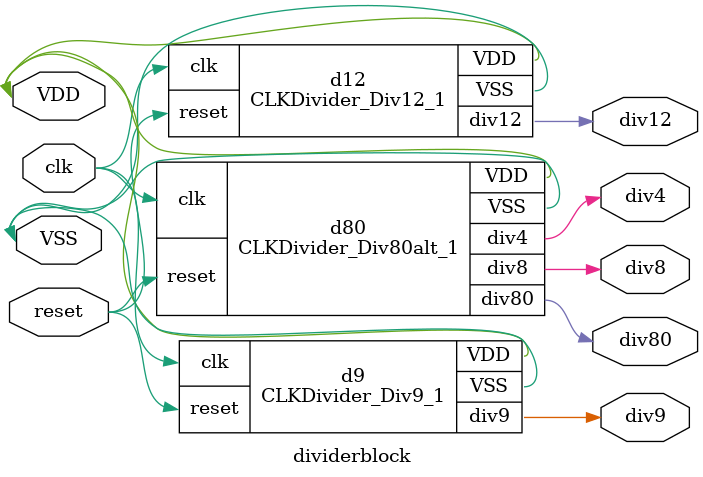
<source format=v>


module CLKDivider_Div9_1 ( reset, clk, div9, VDD, VSS );
  input reset, clk;
  output div9;
  inout VDD,  VSS;
  wire   mid2, mid3, mid4, mid1, N7, N9, N10, n6, n13, n14, n15, n16, n17;

  SC8T_DFFQX1_CSC28L mid3_reg ( .D(N9), .CLK(clk), .Q(mid3) );
  SC8T_DFFQX1_CSC28L mid4_reg ( .D(N10), .CLK(clk), .Q(mid4) );
  SC8T_DFFQX1_CSC28L mid1_reg ( .D(N7), .CLK(clk), .Q(mid1) );
  SC8T_DFFQX1_CSC28L mid2_reg ( .D(n6), .CLK(clk), .Q(mid2) );
  SC8T_INVX1_MR_CSC28L U3 ( .A(reset), .Z(n16) );
  SC8T_INVX1_MR_CSC28L U4 ( .A(mid3), .Z(n17) );
  SC8T_NR2X1_CSC24L U5 ( .A(n16), .B(n17), .Z(N10) );
  SC8T_INVX1_MR_CSC28L U6 ( .A(mid4), .Z(n15) );
  SC8T_OAI21X1_MR_CSC24L U7 ( .B1(mid2), .B2(mid1), .A(n15), .Z(n13) );
  SC8T_NR2X1_CSC24L U8 ( .A(n16), .B(n13), .Z(n6) );
  SC8T_AO21IAX1_MR_CSC28L U9 ( .B1(mid2), .B2(clk), .A(n13), .Z(div9) );
  SC8T_INVX1_MR_CSC28L U10 ( .A(mid2), .Z(n14) );
  SC8T_AOI211X1_CSC24L U11 ( .C1(n15), .C2(n14), .A(n16), .B(mid1), .Z(N9) );
  SC8T_AOI211X1_CSC24L U12 ( .C1(n17), .C2(mid4), .A(n16), .B(mid2), .Z(N7) );
endmodule


module CLKDivider_Div12_1 ( reset, clk, div12, VDD, VSS );
  input reset, clk;
  output div12;
  inout VDD,  VSS;
  wire   N6, N7, N8, n4, n10, n11, n12;
  wire   [2:0] count;

  SC8T_DFFQX1_CSC28L count_reg_0_ ( .D(N6), .CLK(clk), .Q(count[0]) );
  SC8T_DFFQX1_CSC28L count_reg_2_ ( .D(N8), .CLK(clk), .Q(count[2]) );
  SC8T_DFFQX1_CSC28L count_reg_1_ ( .D(N7), .CLK(clk), .Q(count[1]) );
  SC8T_DFFQX1_CSC28L div12_reg ( .D(n4), .CLK(clk), .Q(div12) );
  SC8T_INVX1_MR_CSC28L U3 ( .A(reset), .Z(n10) );
  SC8T_NR2IAX1_MR_CSC28L U4 ( .A(count[1]), .B(n10), .Z(N6) );
  SC8T_NR2IAX1_MR_CSC28L U5 ( .A(count[0]), .B(n10), .Z(N8) );
  SC8T_NR2X1_CSC24L U6 ( .A(count[2]), .B(n10), .Z(N7) );
  SC8T_NR2X1_CSC24L U7 ( .A(count[2]), .B(count[1]), .Z(n12) );
  SC8T_OAI21X1_MR_CSC24L U8 ( .B1(div12), .B2(n12), .A(reset), .Z(n11) );
  SC8T_AOI21X1_MR_CSC24L U9 ( .B1(div12), .B2(n12), .A(n11), .Z(n4) );
endmodule


module CLKDivider_Div80alt_1 ( reset, clk, div80, div4, div8, VDD, VSS );
  input reset, clk;
  output div80, div4, div8;
  inout VDD,  VSS;
  wire   count8_2_, count8_1_, N13, N16, N17, N18, N21, n9, n11, n13, n27, n28,
         n29, n30, n31, n32, n33, n34;
  wire   [2:0] count5;

  SC8T_DFFQX1_CSC28L count8_reg_1_ ( .D(n13), .CLK(clk), .Q(count8_1_) );
  SC8T_DFFQX1_CSC28L div8_reg ( .D(N21), .CLK(clk), .Q(div8) );
  SC8T_DFFQX1_CSC28L count5_reg_0_ ( .D(N16), .CLK(clk), .Q(count5[0]) );
  SC8T_DFFQX1_CSC28L count5_reg_2_ ( .D(N18), .CLK(clk), .Q(count5[2]) );
  SC8T_DFFQX1_CSC28L count5_reg_1_ ( .D(N17), .CLK(clk), .Q(count5[1]) );
  SC8T_DFFQX1_CSC28L div80_reg ( .D(n9), .CLK(clk), .Q(div80) );
  SC8T_DFFQX1_CSC28L count8_reg_2_ ( .D(n11), .CLK(clk), .Q(count8_2_) );
  SC8T_DFFQX1_CSC28L count8_reg_0_ ( .D(N13), .CLK(clk), .Q(div4) );
  SC8T_INVX1_MR_CSC28L U3 ( .A(reset), .Z(n32) );
  SC8T_NR3IAX1_MR_CSC28L U4 ( .A(count5[2]), .B(count5[1]), .C(n32), .Z(N16)
         );
  SC8T_ND2X1_CSC28L U5 ( .A(reset), .B(count5[0]), .Z(n27) );
  SC8T_OAI21X1_MR_CSC24L U6 ( .B1(count5[1]), .B2(n32), .A(n27), .Z(N18) );
  SC8T_INVX1_MR_CSC28L U7 ( .A(n27), .Z(N17) );
  SC8T_NR4X1_CSC24L U8 ( .A(count8_2_), .B(count8_1_), .C(count5[2]), .D(div4), 
        .Z(n29) );
  SC8T_OAI21X1_MR_CSC24L U9 ( .B1(div80), .B2(n29), .A(reset), .Z(n28) );
  SC8T_AOI21X1_MR_CSC24L U10 ( .B1(div80), .B2(n29), .A(n28), .Z(n9) );
  SC8T_NR2X1_CSC24L U11 ( .A(count8_2_), .B(n32), .Z(N21) );
  SC8T_INVX1_MR_CSC28L U12 ( .A(N21), .Z(n30) );
  SC8T_INVX1_MR_CSC28L U13 ( .A(count8_2_), .Z(n33) );
  SC8T_ND2X1_CSC28L U14 ( .A(reset), .B(count8_1_), .Z(n31) );
  SC8T_OAI22X1_CSC24L U15 ( .A1(count8_1_), .A2(n30), .B1(n33), .B2(n31), .Z(
        N13) );
  SC8T_INVX1_MR_CSC28L U16 ( .A(div4), .Z(n34) );
  SC8T_AOI22X1_CSC24L U17 ( .A1(div4), .A2(n30), .B1(n31), .B2(n34), .Z(n13)
         );
  SC8T_OAI32X1_MR_CSC24L U18 ( .B1(n34), .B2(n33), .B3(n32), .A1(div4), .A2(
        n31), .Z(n11) );
endmodule


module dividerblock ( reset, clk, VDD, VSS, div4, div8, div9, div12, div80 );
  input reset, clk;
  output div4, div8, div9, div12, div80;
  inout VDD,  VSS;

  tri   VDD;
  tri   VSS;

  CLKDivider_Div9_1 d9 ( .reset(reset), .clk(clk), .div9(div9), .VDD(VDD), 
        .VSS(VSS) );
  CLKDivider_Div12_1 d12 ( .reset(reset), .clk(clk), .div12(div12), .VDD(VDD), 
        .VSS(VSS) );
  CLKDivider_Div80alt_1 d80 ( .reset(reset), .clk(clk), .div80(div80), .div4(
        div4), .div8(div8), .VDD(VDD), .VSS(VSS) );
endmodule


</source>
